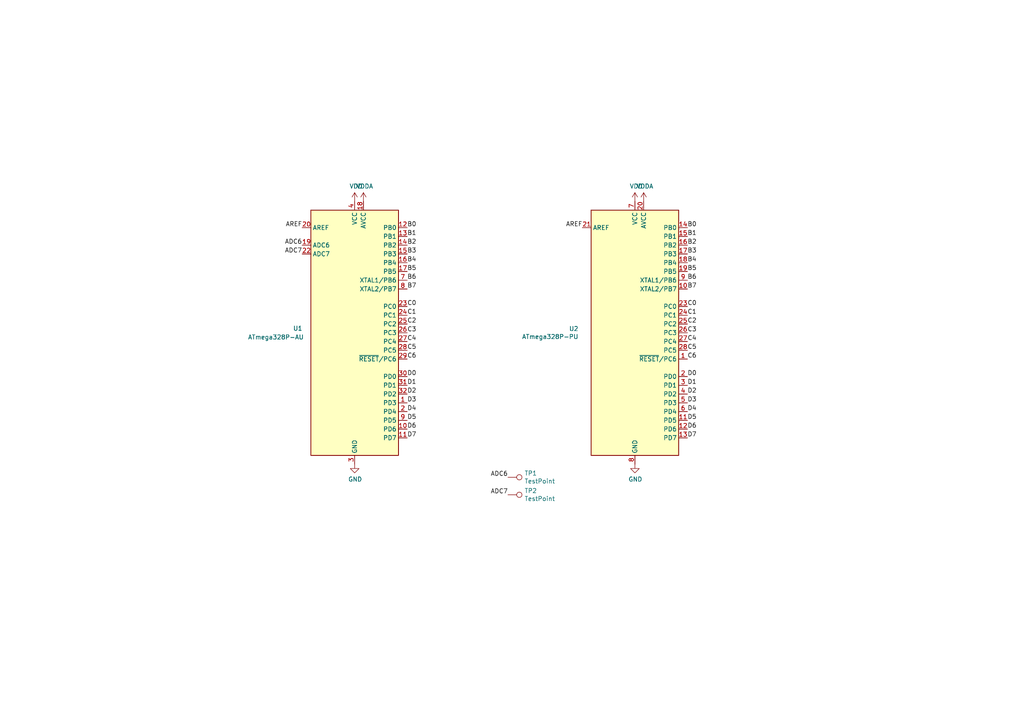
<source format=kicad_sch>
(kicad_sch (version 20211123) (generator eeschema)
  (paper "A4")
  (lib_symbols
    (symbol "Connector:TestPoint" (pin_numbers hide) (pin_names (offset 0.762) hide)
      (property "Reference" "TP" (at 0 6.858 0))
      (property "Value" "TestPoint" (at 0 5.08 0))
      (symbol "TestPoint_0_1"
        (circle (center 0 3.302) (radius 0.762))
      )
      (symbol "TestPoint_1_1"
        (pin passive line (at 0 0 90) (length 2.54) (name "1") (number "1"))
      )
    )
    (symbol "MCU_Microchip_ATmega:ATmega328-P"
      (property "Reference" "U" (at -12.7 36.83 0))
      (property "Value" "ATmega328-P" (at 2.54 -36.83 0))
      (symbol "ATmega328-P_0_1"
        (rectangle (start -12.7 -35.56) (end 12.7 35.56) (stroke (width 0.254)) (fill (type background)))
      )
      (symbol "ATmega328-P_1_1"
        (pin bidirectional line (at 15.24 -7.62 180) (length 2.54) (name "~{RESET}/PC6") (number "1"))
        (pin bidirectional line (at 15.24 12.7 180) (length 2.54) (name "XTAL2/PB7") (number "10"))
        (pin bidirectional line (at 15.24 -25.4 180) (length 2.54) (name "PD5") (number "11"))
        (pin bidirectional line (at 15.24 -27.94 180) (length 2.54) (name "PD6") (number "12"))
        (pin bidirectional line (at 15.24 -30.48 180) (length 2.54) (name "PD7") (number "13"))
        (pin bidirectional line (at 15.24 30.48 180) (length 2.54) (name "PB0") (number "14"))
        (pin bidirectional line (at 15.24 27.94 180) (length 2.54) (name "PB1") (number "15"))
        (pin bidirectional line (at 15.24 25.4 180) (length 2.54) (name "PB2") (number "16"))
        (pin bidirectional line (at 15.24 22.86 180) (length 2.54) (name "PB3") (number "17"))
        (pin bidirectional line (at 15.24 20.32 180) (length 2.54) (name "PB4") (number "18"))
        (pin bidirectional line (at 15.24 17.78 180) (length 2.54) (name "PB5") (number "19"))
        (pin bidirectional line (at 15.24 -12.7 180) (length 2.54) (name "PD0") (number "2"))
        (pin power_in line (at 2.54 38.1 270) (length 2.54) (name "AVCC") (number "20"))
        (pin passive line (at -15.24 30.48 0) (length 2.54) (name "AREF") (number "21"))
        (pin passive line (at 0 -38.1 90) (length 2.54) hide (name "GND") (number "22"))
        (pin bidirectional line (at 15.24 7.62 180) (length 2.54) (name "PC0") (number "23"))
        (pin bidirectional line (at 15.24 5.08 180) (length 2.54) (name "PC1") (number "24"))
        (pin bidirectional line (at 15.24 2.54 180) (length 2.54) (name "PC2") (number "25"))
        (pin bidirectional line (at 15.24 0 180) (length 2.54) (name "PC3") (number "26"))
        (pin bidirectional line (at 15.24 -2.54 180) (length 2.54) (name "PC4") (number "27"))
        (pin bidirectional line (at 15.24 -5.08 180) (length 2.54) (name "PC5") (number "28"))
        (pin bidirectional line (at 15.24 -15.24 180) (length 2.54) (name "PD1") (number "3"))
        (pin bidirectional line (at 15.24 -17.78 180) (length 2.54) (name "PD2") (number "4"))
        (pin bidirectional line (at 15.24 -20.32 180) (length 2.54) (name "PD3") (number "5"))
        (pin bidirectional line (at 15.24 -22.86 180) (length 2.54) (name "PD4") (number "6"))
        (pin power_in line (at 0 38.1 270) (length 2.54) (name "VCC") (number "7"))
        (pin power_in line (at 0 -38.1 90) (length 2.54) (name "GND") (number "8"))
        (pin bidirectional line (at 15.24 15.24 180) (length 2.54) (name "XTAL1/PB6") (number "9"))
      )
    )
    (symbol "MCU_Microchip_ATmega:ATmega328P-A"
      (property "Reference" "U" (at -12.7 36.83 0))
      (property "Value" "ATmega328P-A" (at 2.54 -36.83 0))
      (symbol "ATmega328P-A_0_1"
        (rectangle (start -12.7 -35.56) (end 12.7 35.56) (stroke (width 0.254)) (fill (type background)))
      )
      (symbol "ATmega328P-A_1_1"
        (pin bidirectional line (at 15.24 -20.32 180) (length 2.54) (name "PD3") (number "1"))
        (pin bidirectional line (at 15.24 -27.94 180) (length 2.54) (name "PD6") (number "10"))
        (pin bidirectional line (at 15.24 -30.48 180) (length 2.54) (name "PD7") (number "11"))
        (pin bidirectional line (at 15.24 30.48 180) (length 2.54) (name "PB0") (number "12"))
        (pin bidirectional line (at 15.24 27.94 180) (length 2.54) (name "PB1") (number "13"))
        (pin bidirectional line (at 15.24 25.4 180) (length 2.54) (name "PB2") (number "14"))
        (pin bidirectional line (at 15.24 22.86 180) (length 2.54) (name "PB3") (number "15"))
        (pin bidirectional line (at 15.24 20.32 180) (length 2.54) (name "PB4") (number "16"))
        (pin bidirectional line (at 15.24 17.78 180) (length 2.54) (name "PB5") (number "17"))
        (pin power_in line (at 2.54 38.1 270) (length 2.54) (name "AVCC") (number "18"))
        (pin input line (at -15.24 25.4 0) (length 2.54) (name "ADC6") (number "19"))
        (pin bidirectional line (at 15.24 -22.86 180) (length 2.54) (name "PD4") (number "2"))
        (pin passive line (at -15.24 30.48 0) (length 2.54) (name "AREF") (number "20"))
        (pin passive line (at 0 -38.1 90) (length 2.54) hide (name "GND") (number "21"))
        (pin input line (at -15.24 22.86 0) (length 2.54) (name "ADC7") (number "22"))
        (pin bidirectional line (at 15.24 7.62 180) (length 2.54) (name "PC0") (number "23"))
        (pin bidirectional line (at 15.24 5.08 180) (length 2.54) (name "PC1") (number "24"))
        (pin bidirectional line (at 15.24 2.54 180) (length 2.54) (name "PC2") (number "25"))
        (pin bidirectional line (at 15.24 0 180) (length 2.54) (name "PC3") (number "26"))
        (pin bidirectional line (at 15.24 -2.54 180) (length 2.54) (name "PC4") (number "27"))
        (pin bidirectional line (at 15.24 -5.08 180) (length 2.54) (name "PC5") (number "28"))
        (pin bidirectional line (at 15.24 -7.62 180) (length 2.54) (name "~{RESET}/PC6") (number "29"))
        (pin power_in line (at 0 -38.1 90) (length 2.54) (name "GND") (number "3"))
        (pin bidirectional line (at 15.24 -12.7 180) (length 2.54) (name "PD0") (number "30"))
        (pin bidirectional line (at 15.24 -15.24 180) (length 2.54) (name "PD1") (number "31"))
        (pin bidirectional line (at 15.24 -17.78 180) (length 2.54) (name "PD2") (number "32"))
        (pin power_in line (at 0 38.1 270) (length 2.54) (name "VCC") (number "4"))
        (pin passive line (at 0 -38.1 90) (length 2.54) hide (name "GND") (number "5"))
        (pin passive line (at 0 38.1 270) (length 2.54) hide (name "VCC") (number "6"))
        (pin bidirectional line (at 15.24 15.24 180) (length 2.54) (name "XTAL1/PB6") (number "7"))
        (pin bidirectional line (at 15.24 12.7 180) (length 2.54) (name "XTAL2/PB7") (number "8"))
        (pin bidirectional line (at 15.24 -25.4 180) (length 2.54) (name "PD5") (number "9"))
      )
    )
    (symbol "power:GND" (power) (pin_names (offset 0))
      (property "Value" "GND" (at 0 -3.81 0))
      (symbol "GND_0_1"
        (polyline (pts (xy 0 0) (xy 0 -1.27) (xy 1.27 -1.27) (xy 0 -2.54) (xy -1.27 -1.27) (xy 0 -1.27)))
      )
      (symbol "GND_1_1"
        (pin power_in line (at 0 0 270) (length 0) hide (name "GND") (number "1"))
      )
    )
    (symbol "power:VDD" (power) (pin_names (offset 0))
      (property "Value" "VDD" (at 0 3.81 0))
      (symbol "VDD_0_1"
        (polyline (pts (xy -0.762 1.27) (xy 0 2.54)))
        (polyline (pts (xy 0 0) (xy 0 2.54)))
        (polyline (pts (xy 0 2.54) (xy 0.762 1.27)))
      )
      (symbol "VDD_1_1"
        (pin power_in line (at 0 0 90) (length 0) hide (name "VDD") (number "1"))
      )
    )
    (symbol "power:VDDA" (power) (pin_names (offset 0))
      (property "Value" "VDDA" (at 0 3.81 0))
      (symbol "VDDA_0_1"
        (polyline (pts (xy -0.762 1.27) (xy 0 2.54)))
        (polyline (pts (xy 0 0) (xy 0 2.54)))
        (polyline (pts (xy 0 2.54) (xy 0.762 1.27)))
      )
      (symbol "VDDA_1_1"
        (pin power_in line (at 0 0 90) (length 0) hide (name "VDDA") (number "1"))
      )
    )
  )
  (label "C4" (at 118.11 99.06 0))
  (label "C5" (at 199.39 101.6 0))
  (label "AREF" (at 168.91 66.04 180))
  (label "D6" (at 118.11 124.46 0))
  (label "D4" (at 118.11 119.38 0))
  (label "D3" (at 199.39 116.84 0))
  (label "B3" (at 199.39 73.66 0))
  (label "D6" (at 199.39 124.46 0))
  (label "B6" (at 118.11 81.28 0))
  (label "D5" (at 199.39 121.92 0))
  (label "B0" (at 199.39 66.04 0))
  (label "D5" (at 118.11 121.92 0))
  (label "ADC6" (at 87.63 71.12 180))
  (label "B4" (at 118.11 76.2 0))
  (label "ADC7" (at 87.63 73.66 180))
  (label "B0" (at 118.11 66.04 0))
  (label "ADC7" (at 147.32 143.51 180))
  (label "D2" (at 118.11 114.3 0))
  (label "C1" (at 199.39 91.44 0))
  (label "AREF" (at 87.63 66.04 180))
  (label "ADC6" (at 147.32 138.43 180))
  (label "C2" (at 199.39 93.98 0))
  (label "C4" (at 199.39 99.06 0))
  (label "B5" (at 199.39 78.74 0))
  (label "D7" (at 118.11 127 0))
  (label "D0" (at 199.39 109.22 0))
  (label "B7" (at 199.39 83.82 0))
  (label "B3" (at 118.11 73.66 0))
  (label "D0" (at 118.11 109.22 0))
  (label "D7" (at 199.39 127 0))
  (label "C1" (at 118.11 91.44 0))
  (label "C6" (at 199.39 104.14 0))
  (label "D1" (at 199.39 111.76 0))
  (label "D2" (at 199.39 114.3 0))
  (label "C0" (at 199.39 88.9 0))
  (label "C0" (at 118.11 88.9 0))
  (label "B6" (at 199.39 81.28 0))
  (label "C3" (at 199.39 96.52 0))
  (label "B7" (at 118.11 83.82 0))
  (label "B5" (at 118.11 78.74 0))
  (label "D4" (at 199.39 119.38 0))
  (label "B4" (at 199.39 76.2 0))
  (label "C6" (at 118.11 104.14 0))
  (label "B2" (at 118.11 71.12 0))
  (label "C5" (at 118.11 101.6 0))
  (label "B1" (at 199.39 68.58 0))
  (label "B1" (at 118.11 68.58 0))
  (label "B2" (at 199.39 71.12 0))
  (label "C2" (at 118.11 93.98 0))
  (label "D1" (at 118.11 111.76 0))
  (label "C3" (at 118.11 96.52 0))
  (label "D3" (at 118.11 116.84 0))
  (symbol (lib_id "MCU_Microchip_ATmega:ATmega328P-A") (at 102.87 96.52 0) (unit 1)
    (property "Reference" "U1" (at 86.36 95.25 0))
    (property "Value" "ATmega328P-AU" (at 80.01 97.79 0))
    (property "Footprint" "Package_QFP:TQFP-32_7x7mm_P0.8mm" (effects hide))
    (property "Datasheet" "http://ww1.microchip.com/downloads/en/DeviceDoc/ATmega328_P%20AVR%20MCU%20with%20picoPower%20Technology%20Data%20Sheet%2040001984A.pdf" (effects hide))
  )
  (symbol (lib_id "MCU_Microchip_ATmega:ATmega328-P") (at 184.15 96.52 0) (unit 1)
    (property "Reference" "U2" (at 167.7924 95.3516 0) (effects (justify right)))
    (property "Value" "ATmega328P-PU" (at 167.7924 97.663 0) (effects (justify right)))
    (property "Footprint" "Package_DIP:DIP-28_W15.24mm" (effects hide))
    (property "Datasheet" "http://ww1.microchip.com/downloads/en/DeviceDoc/ATmega328_P%20AVR%20MCU%20with%20picoPower%20Technology%20Data%20Sheet%2040001984A.pdf" (effects hide))
  )
  (symbol (lib_id "power:GND") (at 102.87 134.62 0) (unit 1)
    (property "Reference" "#PWR02" (effects hide))
    (property "Value" "GND" (at 102.997 139.0142 0))
  )
  (symbol (lib_id "power:GND") (at 184.15 134.62 0) (unit 1)
    (property "Reference" "#PWR05" (effects hide))
    (property "Value" "GND" (at 184.277 139.0142 0))
  )
  (symbol (lib_id "power:VDD") (at 102.87 58.42 0) (unit 1)
    (property "Reference" "#PWR01" (effects hide))
    (property "Value" "VDD" (at 103.251 54.0258 0))
  )
  (symbol (lib_id "power:VDDA") (at 105.41 58.42 0) (unit 1)
    (property "Reference" "#PWR03" (effects hide))
    (property "Value" "VDDA" (at 105.791 54.0258 0))
  )
  (symbol (lib_id "power:VDD") (at 184.15 58.42 0) (unit 1)
    (property "Reference" "#PWR04" (effects hide))
    (property "Value" "VDD" (at 184.531 54.0258 0))
  )
  (symbol (lib_id "power:VDDA") (at 186.69 58.42 0) (unit 1)
    (property "Reference" "#PWR06" (effects hide))
    (property "Value" "VDDA" (at 187.071 54.0258 0))
  )
  (symbol (lib_id "Connector:TestPoint") (at 147.32 138.43 270) (unit 1)
    (property "Reference" "TP1" (at 152.0952 137.2616 90) (effects (justify left)))
    (property "Value" "TestPoint" (at 152.0952 139.573 90) (effects (justify left)))
    (property "Footprint" "Sassa:Pin_THT_Square_Pitch2.54mm" (effects hide))
  )
  (symbol (lib_id "Connector:TestPoint") (at 147.32 143.51 270) (unit 1)
    (property "Reference" "TP2" (at 152.0952 142.3416 90) (effects (justify left)))
    (property "Value" "TestPoint" (at 152.0952 144.653 90) (effects (justify left)))
    (property "Footprint" "Sassa:Pin_THT_Square_Pitch2.54mm" (effects hide))
  )
)
</source>
